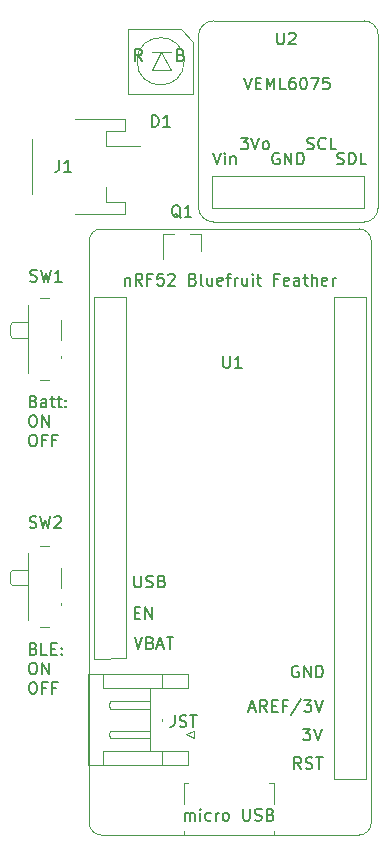
<source format=gbr>
G04 #@! TF.GenerationSoftware,KiCad,Pcbnew,(5.1.0-0)*
G04 #@! TF.CreationDate,2019-06-12T16:48:35+08:00*
G04 #@! TF.ProjectId,Palm,50616c6d-2e6b-4696-9361-645f70636258,V1.0*
G04 #@! TF.SameCoordinates,Original*
G04 #@! TF.FileFunction,Legend,Top*
G04 #@! TF.FilePolarity,Positive*
%FSLAX46Y46*%
G04 Gerber Fmt 4.6, Leading zero omitted, Abs format (unit mm)*
G04 Created by KiCad (PCBNEW (5.1.0-0)) date 2019-06-12 16:48:35*
%MOMM*%
%LPD*%
G04 APERTURE LIST*
%ADD10C,0.150000*%
%ADD11C,0.120000*%
%ADD12C,0.100000*%
G04 APERTURE END LIST*
D10*
X130843928Y-105593571D02*
X130986785Y-105641190D01*
X131034404Y-105688809D01*
X131082023Y-105784047D01*
X131082023Y-105926904D01*
X131034404Y-106022142D01*
X130986785Y-106069761D01*
X130891547Y-106117380D01*
X130510595Y-106117380D01*
X130510595Y-105117380D01*
X130843928Y-105117380D01*
X130939166Y-105165000D01*
X130986785Y-105212619D01*
X131034404Y-105307857D01*
X131034404Y-105403095D01*
X130986785Y-105498333D01*
X130939166Y-105545952D01*
X130843928Y-105593571D01*
X130510595Y-105593571D01*
X131986785Y-106117380D02*
X131510595Y-106117380D01*
X131510595Y-105117380D01*
X132320119Y-105593571D02*
X132653452Y-105593571D01*
X132796309Y-106117380D02*
X132320119Y-106117380D01*
X132320119Y-105117380D01*
X132796309Y-105117380D01*
X133224880Y-106022142D02*
X133272500Y-106069761D01*
X133224880Y-106117380D01*
X133177261Y-106069761D01*
X133224880Y-106022142D01*
X133224880Y-106117380D01*
X133224880Y-105498333D02*
X133272500Y-105545952D01*
X133224880Y-105593571D01*
X133177261Y-105545952D01*
X133224880Y-105498333D01*
X133224880Y-105593571D01*
X130701071Y-106767380D02*
X130891547Y-106767380D01*
X130986785Y-106815000D01*
X131082023Y-106910238D01*
X131129642Y-107100714D01*
X131129642Y-107434047D01*
X131082023Y-107624523D01*
X130986785Y-107719761D01*
X130891547Y-107767380D01*
X130701071Y-107767380D01*
X130605833Y-107719761D01*
X130510595Y-107624523D01*
X130462976Y-107434047D01*
X130462976Y-107100714D01*
X130510595Y-106910238D01*
X130605833Y-106815000D01*
X130701071Y-106767380D01*
X131558214Y-107767380D02*
X131558214Y-106767380D01*
X132129642Y-107767380D01*
X132129642Y-106767380D01*
X130701071Y-108417380D02*
X130891547Y-108417380D01*
X130986785Y-108465000D01*
X131082023Y-108560238D01*
X131129642Y-108750714D01*
X131129642Y-109084047D01*
X131082023Y-109274523D01*
X130986785Y-109369761D01*
X130891547Y-109417380D01*
X130701071Y-109417380D01*
X130605833Y-109369761D01*
X130510595Y-109274523D01*
X130462976Y-109084047D01*
X130462976Y-108750714D01*
X130510595Y-108560238D01*
X130605833Y-108465000D01*
X130701071Y-108417380D01*
X131891547Y-108893571D02*
X131558214Y-108893571D01*
X131558214Y-109417380D02*
X131558214Y-108417380D01*
X132034404Y-108417380D01*
X132748690Y-108893571D02*
X132415357Y-108893571D01*
X132415357Y-109417380D02*
X132415357Y-108417380D01*
X132891547Y-108417380D01*
X130843928Y-84638571D02*
X130986785Y-84686190D01*
X131034404Y-84733809D01*
X131082023Y-84829047D01*
X131082023Y-84971904D01*
X131034404Y-85067142D01*
X130986785Y-85114761D01*
X130891547Y-85162380D01*
X130510595Y-85162380D01*
X130510595Y-84162380D01*
X130843928Y-84162380D01*
X130939166Y-84210000D01*
X130986785Y-84257619D01*
X131034404Y-84352857D01*
X131034404Y-84448095D01*
X130986785Y-84543333D01*
X130939166Y-84590952D01*
X130843928Y-84638571D01*
X130510595Y-84638571D01*
X131939166Y-85162380D02*
X131939166Y-84638571D01*
X131891547Y-84543333D01*
X131796309Y-84495714D01*
X131605833Y-84495714D01*
X131510595Y-84543333D01*
X131939166Y-85114761D02*
X131843928Y-85162380D01*
X131605833Y-85162380D01*
X131510595Y-85114761D01*
X131462976Y-85019523D01*
X131462976Y-84924285D01*
X131510595Y-84829047D01*
X131605833Y-84781428D01*
X131843928Y-84781428D01*
X131939166Y-84733809D01*
X132272500Y-84495714D02*
X132653452Y-84495714D01*
X132415357Y-84162380D02*
X132415357Y-85019523D01*
X132462976Y-85114761D01*
X132558214Y-85162380D01*
X132653452Y-85162380D01*
X132843928Y-84495714D02*
X133224880Y-84495714D01*
X132986785Y-84162380D02*
X132986785Y-85019523D01*
X133034404Y-85114761D01*
X133129642Y-85162380D01*
X133224880Y-85162380D01*
X133558214Y-85067142D02*
X133605833Y-85114761D01*
X133558214Y-85162380D01*
X133510595Y-85114761D01*
X133558214Y-85067142D01*
X133558214Y-85162380D01*
X133558214Y-84543333D02*
X133605833Y-84590952D01*
X133558214Y-84638571D01*
X133510595Y-84590952D01*
X133558214Y-84543333D01*
X133558214Y-84638571D01*
X130701071Y-85812380D02*
X130891547Y-85812380D01*
X130986785Y-85860000D01*
X131082023Y-85955238D01*
X131129642Y-86145714D01*
X131129642Y-86479047D01*
X131082023Y-86669523D01*
X130986785Y-86764761D01*
X130891547Y-86812380D01*
X130701071Y-86812380D01*
X130605833Y-86764761D01*
X130510595Y-86669523D01*
X130462976Y-86479047D01*
X130462976Y-86145714D01*
X130510595Y-85955238D01*
X130605833Y-85860000D01*
X130701071Y-85812380D01*
X131558214Y-86812380D02*
X131558214Y-85812380D01*
X132129642Y-86812380D01*
X132129642Y-85812380D01*
X130701071Y-87462380D02*
X130891547Y-87462380D01*
X130986785Y-87510000D01*
X131082023Y-87605238D01*
X131129642Y-87795714D01*
X131129642Y-88129047D01*
X131082023Y-88319523D01*
X130986785Y-88414761D01*
X130891547Y-88462380D01*
X130701071Y-88462380D01*
X130605833Y-88414761D01*
X130510595Y-88319523D01*
X130462976Y-88129047D01*
X130462976Y-87795714D01*
X130510595Y-87605238D01*
X130605833Y-87510000D01*
X130701071Y-87462380D01*
X131891547Y-87938571D02*
X131558214Y-87938571D01*
X131558214Y-88462380D02*
X131558214Y-87462380D01*
X132034404Y-87462380D01*
X132748690Y-87938571D02*
X132415357Y-87938571D01*
X132415357Y-88462380D02*
X132415357Y-87462380D01*
X132891547Y-87462380D01*
D11*
X158419800Y-121361200D02*
X136575800Y-121361200D01*
X159435800Y-71069200D02*
X159435800Y-120345200D01*
X136575800Y-70053200D02*
X158419800Y-70053200D01*
X135559800Y-120345200D02*
X135559800Y-71069200D01*
X158419800Y-70053200D02*
G75*
G02X159435800Y-71069200I0J-1016000D01*
G01*
X135559800Y-71069200D02*
G75*
G02X136575800Y-70053200I1016000J0D01*
G01*
X136575800Y-121361200D02*
G75*
G02X135559800Y-120345200I0J1016000D01*
G01*
X159435800Y-120345200D02*
G75*
G02X158419800Y-121361200I-1016000J0D01*
G01*
X156299800Y-116611400D02*
X156299800Y-75857200D01*
X158959800Y-75857200D02*
X156299800Y-75857200D01*
X158953200Y-116617200D02*
X156299800Y-116617200D01*
X158959800Y-116611400D02*
X158959800Y-75857200D01*
X138645800Y-106426000D02*
X138645800Y-75827200D01*
X138645800Y-75827200D02*
X135985800Y-75827200D01*
X135985800Y-106426000D02*
X135985800Y-75827200D01*
X138633200Y-106426000D02*
X135985800Y-106427200D01*
X143560800Y-116984200D02*
X143940800Y-116984200D01*
X151180800Y-116984200D02*
X151180800Y-118754200D01*
X143560800Y-121294200D02*
X143560800Y-121034200D01*
X151180800Y-116984200D02*
X150800800Y-116984200D01*
X143560800Y-118754200D02*
X143560800Y-116984200D01*
X151180800Y-121034200D02*
X151180800Y-121294200D01*
X143790800Y-112852200D02*
X144390800Y-113152200D01*
X143900800Y-108962200D02*
X141700800Y-108962200D01*
X136700800Y-115462200D02*
X136700800Y-114242200D01*
X141700800Y-114242200D02*
X141700800Y-115462200D01*
X137280800Y-113172200D02*
X137200800Y-112852200D01*
X137280800Y-110032200D02*
X140700800Y-110032200D01*
X143900800Y-114242200D02*
X143900800Y-115462200D01*
X144390800Y-113152200D02*
X144390800Y-112552200D01*
X136700800Y-108962200D02*
X141700800Y-108962200D01*
X141700800Y-111682200D02*
X141700800Y-111522200D01*
X143900800Y-115462200D02*
X135480800Y-115462200D01*
X144390800Y-112552200D02*
X143790800Y-112852200D01*
X140700800Y-112532200D02*
X140700800Y-112852200D01*
X137280800Y-112532200D02*
X140700800Y-112532200D01*
X140700800Y-110352200D02*
X140700800Y-110672200D01*
X140700800Y-110032200D02*
X140700800Y-110352200D01*
X136700800Y-114242200D02*
X141700800Y-114242200D01*
X140700800Y-112852200D02*
X140700800Y-113172200D01*
X141700800Y-114242200D02*
X143900800Y-114242200D01*
X135480800Y-115462200D02*
X135480800Y-107742200D01*
X140700800Y-113172200D02*
X137280800Y-113172200D01*
X137280800Y-110672200D02*
X137200800Y-110352200D01*
X140700800Y-114242200D02*
X140700800Y-108962200D01*
X140700800Y-110672200D02*
X137280800Y-110672200D01*
X141700800Y-108962200D02*
X141700800Y-107742200D01*
X136700800Y-107742200D02*
X136700800Y-108962200D01*
X137200800Y-112852200D02*
X137280800Y-112532200D01*
X135480800Y-107742200D02*
X143900800Y-107742200D01*
X143900800Y-107742200D02*
X143900800Y-108962200D01*
X137200800Y-110352200D02*
X137280800Y-110032200D01*
X144805400Y-68237100D02*
X144805400Y-53746400D01*
X158800800Y-69456300D02*
X146062700Y-69469000D01*
X160020000Y-53594000D02*
X160020000Y-68326000D01*
X146126200Y-52438300D02*
X158851600Y-52438300D01*
X158805922Y-69456300D02*
G75*
G03X160020000Y-68275660I32978J1180640D01*
G01*
X144806511Y-68228717D02*
G75*
G03X146088100Y-69469002I1294288J55114D01*
G01*
X158805168Y-52438782D02*
G75*
G02X160020000Y-53619400I33732J-1180618D01*
G01*
X144805400Y-53746400D02*
G75*
G02X146088100Y-52438300I1295399J12701D01*
G01*
X145990000Y-68275200D02*
X145990000Y-65599000D01*
X145990000Y-65599000D02*
X158810000Y-65599000D01*
X158810000Y-68259000D02*
X158810000Y-65599000D01*
X145999200Y-68275200D02*
X158810000Y-68259000D01*
X142494000Y-56642000D02*
X140843000Y-56642000D01*
X140843000Y-56642000D02*
X141605000Y-55118000D01*
X142494000Y-56642000D02*
X141605000Y-55118000D01*
X142494000Y-55118000D02*
X140843000Y-55118000D01*
D12*
X143605000Y-55861200D02*
G75*
G03X143605000Y-55861200I-2000000J0D01*
G01*
D11*
X144360900Y-54229000D02*
X143332200Y-53136800D01*
X138861800Y-53136800D02*
X143344900Y-53136800D01*
X138861800Y-58623200D02*
X138861800Y-53136800D01*
X144373600Y-58635900D02*
X138861800Y-58623200D01*
X144360900Y-54229000D02*
X144360900Y-58635900D01*
X131360000Y-103780000D02*
X132150000Y-103780000D01*
X132150000Y-96880000D02*
X131360000Y-96880000D01*
X133200000Y-98730000D02*
X133200000Y-100430000D01*
X130350000Y-97480000D02*
X130350000Y-103180000D01*
X129060000Y-100230000D02*
X130350000Y-100230000D01*
X128850000Y-99130000D02*
X128850000Y-100030000D01*
X130350000Y-98930000D02*
X129060000Y-98930000D01*
X129060000Y-100230000D02*
X128850000Y-100030000D01*
X129060000Y-98930000D02*
X128850000Y-99130000D01*
X133200000Y-101730000D02*
X133200000Y-101930000D01*
X131360000Y-82825000D02*
X132150000Y-82825000D01*
X132150000Y-75925000D02*
X131360000Y-75925000D01*
X133200000Y-77775000D02*
X133200000Y-79475000D01*
X130350000Y-76525000D02*
X130350000Y-82225000D01*
X129060000Y-79275000D02*
X130350000Y-79275000D01*
X128850000Y-78175000D02*
X128850000Y-79075000D01*
X130350000Y-77975000D02*
X129060000Y-77975000D01*
X129060000Y-79275000D02*
X128850000Y-79075000D01*
X129060000Y-77975000D02*
X128850000Y-78175000D01*
X133200000Y-80775000D02*
X133200000Y-80975000D01*
X145008720Y-70456520D02*
X145008720Y-71916520D01*
X141848720Y-70456520D02*
X141848720Y-72616520D01*
X141848720Y-70456520D02*
X142778720Y-70456520D01*
X145008720Y-70456520D02*
X144078720Y-70456520D01*
X134315000Y-60710000D02*
X138565000Y-60710000D01*
X138565000Y-60710000D02*
X138565000Y-61730000D01*
X138565000Y-61730000D02*
X136965000Y-61730000D01*
X136965000Y-61730000D02*
X136965000Y-63010000D01*
X136965000Y-63010000D02*
X139855000Y-63010000D01*
X134315000Y-68830000D02*
X138565000Y-68830000D01*
X138565000Y-68830000D02*
X138565000Y-67810000D01*
X138565000Y-67810000D02*
X136965000Y-67810000D01*
X136965000Y-67810000D02*
X136965000Y-66530000D01*
X130745000Y-62430000D02*
X130745000Y-67110000D01*
D10*
X146913695Y-80821280D02*
X146913695Y-81630804D01*
X146961314Y-81726042D01*
X147008933Y-81773661D01*
X147104171Y-81821280D01*
X147294647Y-81821280D01*
X147389885Y-81773661D01*
X147437504Y-81726042D01*
X147485123Y-81630804D01*
X147485123Y-80821280D01*
X148485123Y-81821280D02*
X147913695Y-81821280D01*
X148199409Y-81821280D02*
X148199409Y-80821280D01*
X148104171Y-80964138D01*
X148008933Y-81059376D01*
X147913695Y-81106995D01*
X142795714Y-111212380D02*
X142795714Y-111926666D01*
X142748095Y-112069523D01*
X142652857Y-112164761D01*
X142510000Y-112212380D01*
X142414761Y-112212380D01*
X143224285Y-112164761D02*
X143367142Y-112212380D01*
X143605238Y-112212380D01*
X143700476Y-112164761D01*
X143748095Y-112117142D01*
X143795714Y-112021904D01*
X143795714Y-111926666D01*
X143748095Y-111831428D01*
X143700476Y-111783809D01*
X143605238Y-111736190D01*
X143414761Y-111688571D01*
X143319523Y-111640952D01*
X143271904Y-111593333D01*
X143224285Y-111498095D01*
X143224285Y-111402857D01*
X143271904Y-111307619D01*
X143319523Y-111260000D01*
X143414761Y-111212380D01*
X143652857Y-111212380D01*
X143795714Y-111260000D01*
X144081428Y-111212380D02*
X144652857Y-111212380D01*
X144367142Y-112212380D02*
X144367142Y-111212380D01*
X138589857Y-74182314D02*
X138589857Y-74848980D01*
X138589857Y-74277552D02*
X138637476Y-74229933D01*
X138732714Y-74182314D01*
X138875571Y-74182314D01*
X138970809Y-74229933D01*
X139018428Y-74325171D01*
X139018428Y-74848980D01*
X140066047Y-74848980D02*
X139732714Y-74372790D01*
X139494619Y-74848980D02*
X139494619Y-73848980D01*
X139875571Y-73848980D01*
X139970809Y-73896600D01*
X140018428Y-73944219D01*
X140066047Y-74039457D01*
X140066047Y-74182314D01*
X140018428Y-74277552D01*
X139970809Y-74325171D01*
X139875571Y-74372790D01*
X139494619Y-74372790D01*
X140827952Y-74325171D02*
X140494619Y-74325171D01*
X140494619Y-74848980D02*
X140494619Y-73848980D01*
X140970809Y-73848980D01*
X141827952Y-73848980D02*
X141351761Y-73848980D01*
X141304142Y-74325171D01*
X141351761Y-74277552D01*
X141447000Y-74229933D01*
X141685095Y-74229933D01*
X141780333Y-74277552D01*
X141827952Y-74325171D01*
X141875571Y-74420409D01*
X141875571Y-74658504D01*
X141827952Y-74753742D01*
X141780333Y-74801361D01*
X141685095Y-74848980D01*
X141447000Y-74848980D01*
X141351761Y-74801361D01*
X141304142Y-74753742D01*
X142256523Y-73944219D02*
X142304142Y-73896600D01*
X142399380Y-73848980D01*
X142637476Y-73848980D01*
X142732714Y-73896600D01*
X142780333Y-73944219D01*
X142827952Y-74039457D01*
X142827952Y-74134695D01*
X142780333Y-74277552D01*
X142208904Y-74848980D01*
X142827952Y-74848980D01*
X144351761Y-74325171D02*
X144494619Y-74372790D01*
X144542238Y-74420409D01*
X144589857Y-74515647D01*
X144589857Y-74658504D01*
X144542238Y-74753742D01*
X144494619Y-74801361D01*
X144399380Y-74848980D01*
X144018428Y-74848980D01*
X144018428Y-73848980D01*
X144351761Y-73848980D01*
X144447000Y-73896600D01*
X144494619Y-73944219D01*
X144542238Y-74039457D01*
X144542238Y-74134695D01*
X144494619Y-74229933D01*
X144447000Y-74277552D01*
X144351761Y-74325171D01*
X144018428Y-74325171D01*
X145161285Y-74848980D02*
X145066047Y-74801361D01*
X145018428Y-74706123D01*
X145018428Y-73848980D01*
X145970809Y-74182314D02*
X145970809Y-74848980D01*
X145542238Y-74182314D02*
X145542238Y-74706123D01*
X145589857Y-74801361D01*
X145685095Y-74848980D01*
X145827952Y-74848980D01*
X145923190Y-74801361D01*
X145970809Y-74753742D01*
X146827952Y-74801361D02*
X146732714Y-74848980D01*
X146542238Y-74848980D01*
X146447000Y-74801361D01*
X146399380Y-74706123D01*
X146399380Y-74325171D01*
X146447000Y-74229933D01*
X146542238Y-74182314D01*
X146732714Y-74182314D01*
X146827952Y-74229933D01*
X146875571Y-74325171D01*
X146875571Y-74420409D01*
X146399380Y-74515647D01*
X147161285Y-74182314D02*
X147542238Y-74182314D01*
X147304142Y-74848980D02*
X147304142Y-73991838D01*
X147351761Y-73896600D01*
X147447000Y-73848980D01*
X147542238Y-73848980D01*
X147875571Y-74848980D02*
X147875571Y-74182314D01*
X147875571Y-74372790D02*
X147923190Y-74277552D01*
X147970809Y-74229933D01*
X148066047Y-74182314D01*
X148161285Y-74182314D01*
X148923190Y-74182314D02*
X148923190Y-74848980D01*
X148494619Y-74182314D02*
X148494619Y-74706123D01*
X148542238Y-74801361D01*
X148637476Y-74848980D01*
X148780333Y-74848980D01*
X148875571Y-74801361D01*
X148923190Y-74753742D01*
X149399380Y-74848980D02*
X149399380Y-74182314D01*
X149399380Y-73848980D02*
X149351761Y-73896600D01*
X149399380Y-73944219D01*
X149447000Y-73896600D01*
X149399380Y-73848980D01*
X149399380Y-73944219D01*
X149732714Y-74182314D02*
X150113666Y-74182314D01*
X149875571Y-73848980D02*
X149875571Y-74706123D01*
X149923190Y-74801361D01*
X150018428Y-74848980D01*
X150113666Y-74848980D01*
X151542238Y-74325171D02*
X151208904Y-74325171D01*
X151208904Y-74848980D02*
X151208904Y-73848980D01*
X151685095Y-73848980D01*
X152447000Y-74801361D02*
X152351761Y-74848980D01*
X152161285Y-74848980D01*
X152066047Y-74801361D01*
X152018428Y-74706123D01*
X152018428Y-74325171D01*
X152066047Y-74229933D01*
X152161285Y-74182314D01*
X152351761Y-74182314D01*
X152447000Y-74229933D01*
X152494619Y-74325171D01*
X152494619Y-74420409D01*
X152018428Y-74515647D01*
X153351761Y-74848980D02*
X153351761Y-74325171D01*
X153304142Y-74229933D01*
X153208904Y-74182314D01*
X153018428Y-74182314D01*
X152923190Y-74229933D01*
X153351761Y-74801361D02*
X153256523Y-74848980D01*
X153018428Y-74848980D01*
X152923190Y-74801361D01*
X152875571Y-74706123D01*
X152875571Y-74610885D01*
X152923190Y-74515647D01*
X153018428Y-74468028D01*
X153256523Y-74468028D01*
X153351761Y-74420409D01*
X153685095Y-74182314D02*
X154066047Y-74182314D01*
X153827952Y-73848980D02*
X153827952Y-74706123D01*
X153875571Y-74801361D01*
X153970809Y-74848980D01*
X154066047Y-74848980D01*
X154399380Y-74848980D02*
X154399380Y-73848980D01*
X154827952Y-74848980D02*
X154827952Y-74325171D01*
X154780333Y-74229933D01*
X154685095Y-74182314D01*
X154542238Y-74182314D01*
X154447000Y-74229933D01*
X154399380Y-74277552D01*
X155685095Y-74801361D02*
X155589857Y-74848980D01*
X155399380Y-74848980D01*
X155304142Y-74801361D01*
X155256523Y-74706123D01*
X155256523Y-74325171D01*
X155304142Y-74229933D01*
X155399380Y-74182314D01*
X155589857Y-74182314D01*
X155685095Y-74229933D01*
X155732714Y-74325171D01*
X155732714Y-74420409D01*
X155256523Y-74515647D01*
X156161285Y-74848980D02*
X156161285Y-74182314D01*
X156161285Y-74372790D02*
X156208904Y-74277552D01*
X156256523Y-74229933D01*
X156351761Y-74182314D01*
X156447000Y-74182314D01*
X153503380Y-115768380D02*
X153170047Y-115292190D01*
X152931952Y-115768380D02*
X152931952Y-114768380D01*
X153312904Y-114768380D01*
X153408142Y-114816000D01*
X153455761Y-114863619D01*
X153503380Y-114958857D01*
X153503380Y-115101714D01*
X153455761Y-115196952D01*
X153408142Y-115244571D01*
X153312904Y-115292190D01*
X152931952Y-115292190D01*
X153884333Y-115720761D02*
X154027190Y-115768380D01*
X154265285Y-115768380D01*
X154360523Y-115720761D01*
X154408142Y-115673142D01*
X154455761Y-115577904D01*
X154455761Y-115482666D01*
X154408142Y-115387428D01*
X154360523Y-115339809D01*
X154265285Y-115292190D01*
X154074809Y-115244571D01*
X153979571Y-115196952D01*
X153931952Y-115149333D01*
X153884333Y-115054095D01*
X153884333Y-114958857D01*
X153931952Y-114863619D01*
X153979571Y-114816000D01*
X154074809Y-114768380D01*
X154312904Y-114768380D01*
X154455761Y-114816000D01*
X154741476Y-114768380D02*
X155312904Y-114768380D01*
X155027190Y-115768380D02*
X155027190Y-114768380D01*
X153656357Y-112355380D02*
X154275404Y-112355380D01*
X153942071Y-112736333D01*
X154084928Y-112736333D01*
X154180166Y-112783952D01*
X154227785Y-112831571D01*
X154275404Y-112926809D01*
X154275404Y-113164904D01*
X154227785Y-113260142D01*
X154180166Y-113307761D01*
X154084928Y-113355380D01*
X153799214Y-113355380D01*
X153703976Y-113307761D01*
X153656357Y-113260142D01*
X154561119Y-112355380D02*
X154894452Y-113355380D01*
X155227785Y-112355380D01*
X149131976Y-110656666D02*
X149608166Y-110656666D01*
X149036738Y-110942380D02*
X149370071Y-109942380D01*
X149703404Y-110942380D01*
X150608166Y-110942380D02*
X150274833Y-110466190D01*
X150036738Y-110942380D02*
X150036738Y-109942380D01*
X150417690Y-109942380D01*
X150512928Y-109990000D01*
X150560547Y-110037619D01*
X150608166Y-110132857D01*
X150608166Y-110275714D01*
X150560547Y-110370952D01*
X150512928Y-110418571D01*
X150417690Y-110466190D01*
X150036738Y-110466190D01*
X151036738Y-110418571D02*
X151370071Y-110418571D01*
X151512928Y-110942380D02*
X151036738Y-110942380D01*
X151036738Y-109942380D01*
X151512928Y-109942380D01*
X152274833Y-110418571D02*
X151941500Y-110418571D01*
X151941500Y-110942380D02*
X151941500Y-109942380D01*
X152417690Y-109942380D01*
X153512928Y-109894761D02*
X152655785Y-111180476D01*
X153751023Y-109942380D02*
X154370071Y-109942380D01*
X154036738Y-110323333D01*
X154179595Y-110323333D01*
X154274833Y-110370952D01*
X154322452Y-110418571D01*
X154370071Y-110513809D01*
X154370071Y-110751904D01*
X154322452Y-110847142D01*
X154274833Y-110894761D01*
X154179595Y-110942380D01*
X153893880Y-110942380D01*
X153798642Y-110894761D01*
X153751023Y-110847142D01*
X154655785Y-109942380D02*
X154989119Y-110942380D01*
X155322452Y-109942380D01*
X153259404Y-107069000D02*
X153164166Y-107021380D01*
X153021309Y-107021380D01*
X152878452Y-107069000D01*
X152783214Y-107164238D01*
X152735595Y-107259476D01*
X152687976Y-107449952D01*
X152687976Y-107592809D01*
X152735595Y-107783285D01*
X152783214Y-107878523D01*
X152878452Y-107973761D01*
X153021309Y-108021380D01*
X153116547Y-108021380D01*
X153259404Y-107973761D01*
X153307023Y-107926142D01*
X153307023Y-107592809D01*
X153116547Y-107592809D01*
X153735595Y-108021380D02*
X153735595Y-107021380D01*
X154307023Y-108021380D01*
X154307023Y-107021380D01*
X154783214Y-108021380D02*
X154783214Y-107021380D01*
X155021309Y-107021380D01*
X155164166Y-107069000D01*
X155259404Y-107164238D01*
X155307023Y-107259476D01*
X155354642Y-107449952D01*
X155354642Y-107592809D01*
X155307023Y-107783285D01*
X155259404Y-107878523D01*
X155164166Y-107973761D01*
X155021309Y-108021380D01*
X154783214Y-108021380D01*
X139396547Y-104608380D02*
X139729880Y-105608380D01*
X140063214Y-104608380D01*
X140729880Y-105084571D02*
X140872738Y-105132190D01*
X140920357Y-105179809D01*
X140967976Y-105275047D01*
X140967976Y-105417904D01*
X140920357Y-105513142D01*
X140872738Y-105560761D01*
X140777500Y-105608380D01*
X140396547Y-105608380D01*
X140396547Y-104608380D01*
X140729880Y-104608380D01*
X140825119Y-104656000D01*
X140872738Y-104703619D01*
X140920357Y-104798857D01*
X140920357Y-104894095D01*
X140872738Y-104989333D01*
X140825119Y-105036952D01*
X140729880Y-105084571D01*
X140396547Y-105084571D01*
X141348928Y-105322666D02*
X141825119Y-105322666D01*
X141253690Y-105608380D02*
X141587023Y-104608380D01*
X141920357Y-105608380D01*
X142110833Y-104608380D02*
X142682261Y-104608380D01*
X142396547Y-105608380D02*
X142396547Y-104608380D01*
X139412214Y-102544571D02*
X139745547Y-102544571D01*
X139888404Y-103068380D02*
X139412214Y-103068380D01*
X139412214Y-102068380D01*
X139888404Y-102068380D01*
X140316976Y-103068380D02*
X140316976Y-102068380D01*
X140888404Y-103068380D01*
X140888404Y-102068380D01*
X139380595Y-99401380D02*
X139380595Y-100210904D01*
X139428214Y-100306142D01*
X139475833Y-100353761D01*
X139571071Y-100401380D01*
X139761547Y-100401380D01*
X139856785Y-100353761D01*
X139904404Y-100306142D01*
X139952023Y-100210904D01*
X139952023Y-99401380D01*
X140380595Y-100353761D02*
X140523452Y-100401380D01*
X140761547Y-100401380D01*
X140856785Y-100353761D01*
X140904404Y-100306142D01*
X140952023Y-100210904D01*
X140952023Y-100115666D01*
X140904404Y-100020428D01*
X140856785Y-99972809D01*
X140761547Y-99925190D01*
X140571071Y-99877571D01*
X140475833Y-99829952D01*
X140428214Y-99782333D01*
X140380595Y-99687095D01*
X140380595Y-99591857D01*
X140428214Y-99496619D01*
X140475833Y-99449000D01*
X140571071Y-99401380D01*
X140809166Y-99401380D01*
X140952023Y-99449000D01*
X141713928Y-99877571D02*
X141856785Y-99925190D01*
X141904404Y-99972809D01*
X141952023Y-100068047D01*
X141952023Y-100210904D01*
X141904404Y-100306142D01*
X141856785Y-100353761D01*
X141761547Y-100401380D01*
X141380595Y-100401380D01*
X141380595Y-99401380D01*
X141713928Y-99401380D01*
X141809166Y-99449000D01*
X141856785Y-99496619D01*
X141904404Y-99591857D01*
X141904404Y-99687095D01*
X141856785Y-99782333D01*
X141809166Y-99829952D01*
X141713928Y-99877571D01*
X141380595Y-99877571D01*
X143632704Y-120162580D02*
X143632704Y-119495914D01*
X143632704Y-119591152D02*
X143680323Y-119543533D01*
X143775561Y-119495914D01*
X143918419Y-119495914D01*
X144013657Y-119543533D01*
X144061276Y-119638771D01*
X144061276Y-120162580D01*
X144061276Y-119638771D02*
X144108895Y-119543533D01*
X144204133Y-119495914D01*
X144346990Y-119495914D01*
X144442228Y-119543533D01*
X144489847Y-119638771D01*
X144489847Y-120162580D01*
X144966038Y-120162580D02*
X144966038Y-119495914D01*
X144966038Y-119162580D02*
X144918419Y-119210200D01*
X144966038Y-119257819D01*
X145013657Y-119210200D01*
X144966038Y-119162580D01*
X144966038Y-119257819D01*
X145870800Y-120114961D02*
X145775561Y-120162580D01*
X145585085Y-120162580D01*
X145489847Y-120114961D01*
X145442228Y-120067342D01*
X145394609Y-119972104D01*
X145394609Y-119686390D01*
X145442228Y-119591152D01*
X145489847Y-119543533D01*
X145585085Y-119495914D01*
X145775561Y-119495914D01*
X145870800Y-119543533D01*
X146299371Y-120162580D02*
X146299371Y-119495914D01*
X146299371Y-119686390D02*
X146346990Y-119591152D01*
X146394609Y-119543533D01*
X146489847Y-119495914D01*
X146585085Y-119495914D01*
X147061276Y-120162580D02*
X146966038Y-120114961D01*
X146918419Y-120067342D01*
X146870800Y-119972104D01*
X146870800Y-119686390D01*
X146918419Y-119591152D01*
X146966038Y-119543533D01*
X147061276Y-119495914D01*
X147204133Y-119495914D01*
X147299371Y-119543533D01*
X147346990Y-119591152D01*
X147394609Y-119686390D01*
X147394609Y-119972104D01*
X147346990Y-120067342D01*
X147299371Y-120114961D01*
X147204133Y-120162580D01*
X147061276Y-120162580D01*
X148585085Y-119162580D02*
X148585085Y-119972104D01*
X148632704Y-120067342D01*
X148680323Y-120114961D01*
X148775561Y-120162580D01*
X148966038Y-120162580D01*
X149061276Y-120114961D01*
X149108895Y-120067342D01*
X149156514Y-119972104D01*
X149156514Y-119162580D01*
X149585085Y-120114961D02*
X149727942Y-120162580D01*
X149966038Y-120162580D01*
X150061276Y-120114961D01*
X150108895Y-120067342D01*
X150156514Y-119972104D01*
X150156514Y-119876866D01*
X150108895Y-119781628D01*
X150061276Y-119734009D01*
X149966038Y-119686390D01*
X149775561Y-119638771D01*
X149680323Y-119591152D01*
X149632704Y-119543533D01*
X149585085Y-119448295D01*
X149585085Y-119353057D01*
X149632704Y-119257819D01*
X149680323Y-119210200D01*
X149775561Y-119162580D01*
X150013657Y-119162580D01*
X150156514Y-119210200D01*
X150918419Y-119638771D02*
X151061276Y-119686390D01*
X151108895Y-119734009D01*
X151156514Y-119829247D01*
X151156514Y-119972104D01*
X151108895Y-120067342D01*
X151061276Y-120114961D01*
X150966038Y-120162580D01*
X150585085Y-120162580D01*
X150585085Y-119162580D01*
X150918419Y-119162580D01*
X151013657Y-119210200D01*
X151061276Y-119257819D01*
X151108895Y-119353057D01*
X151108895Y-119448295D01*
X151061276Y-119543533D01*
X151013657Y-119591152D01*
X150918419Y-119638771D01*
X150585085Y-119638771D01*
X151460295Y-53427380D02*
X151460295Y-54236904D01*
X151507914Y-54332142D01*
X151555533Y-54379761D01*
X151650771Y-54427380D01*
X151841247Y-54427380D01*
X151936485Y-54379761D01*
X151984104Y-54332142D01*
X152031723Y-54236904D01*
X152031723Y-53427380D01*
X152460295Y-53522619D02*
X152507914Y-53475000D01*
X152603152Y-53427380D01*
X152841247Y-53427380D01*
X152936485Y-53475000D01*
X152984104Y-53522619D01*
X153031723Y-53617857D01*
X153031723Y-53713095D01*
X152984104Y-53855952D01*
X152412676Y-54427380D01*
X153031723Y-54427380D01*
X156543523Y-64539761D02*
X156686380Y-64587380D01*
X156924476Y-64587380D01*
X157019714Y-64539761D01*
X157067333Y-64492142D01*
X157114952Y-64396904D01*
X157114952Y-64301666D01*
X157067333Y-64206428D01*
X157019714Y-64158809D01*
X156924476Y-64111190D01*
X156734000Y-64063571D01*
X156638761Y-64015952D01*
X156591142Y-63968333D01*
X156543523Y-63873095D01*
X156543523Y-63777857D01*
X156591142Y-63682619D01*
X156638761Y-63635000D01*
X156734000Y-63587380D01*
X156972095Y-63587380D01*
X157114952Y-63635000D01*
X157543523Y-64587380D02*
X157543523Y-63587380D01*
X157781619Y-63587380D01*
X157924476Y-63635000D01*
X158019714Y-63730238D01*
X158067333Y-63825476D01*
X158114952Y-64015952D01*
X158114952Y-64158809D01*
X158067333Y-64349285D01*
X158019714Y-64444523D01*
X157924476Y-64539761D01*
X157781619Y-64587380D01*
X157543523Y-64587380D01*
X159019714Y-64587380D02*
X158543523Y-64587380D01*
X158543523Y-63587380D01*
X154003523Y-63269761D02*
X154146380Y-63317380D01*
X154384476Y-63317380D01*
X154479714Y-63269761D01*
X154527333Y-63222142D01*
X154574952Y-63126904D01*
X154574952Y-63031666D01*
X154527333Y-62936428D01*
X154479714Y-62888809D01*
X154384476Y-62841190D01*
X154194000Y-62793571D01*
X154098761Y-62745952D01*
X154051142Y-62698333D01*
X154003523Y-62603095D01*
X154003523Y-62507857D01*
X154051142Y-62412619D01*
X154098761Y-62365000D01*
X154194000Y-62317380D01*
X154432095Y-62317380D01*
X154574952Y-62365000D01*
X155574952Y-63222142D02*
X155527333Y-63269761D01*
X155384476Y-63317380D01*
X155289238Y-63317380D01*
X155146380Y-63269761D01*
X155051142Y-63174523D01*
X155003523Y-63079285D01*
X154955904Y-62888809D01*
X154955904Y-62745952D01*
X155003523Y-62555476D01*
X155051142Y-62460238D01*
X155146380Y-62365000D01*
X155289238Y-62317380D01*
X155384476Y-62317380D01*
X155527333Y-62365000D01*
X155574952Y-62412619D01*
X156479714Y-63317380D02*
X156003523Y-63317380D01*
X156003523Y-62317380D01*
X151638095Y-63635000D02*
X151542857Y-63587380D01*
X151400000Y-63587380D01*
X151257142Y-63635000D01*
X151161904Y-63730238D01*
X151114285Y-63825476D01*
X151066666Y-64015952D01*
X151066666Y-64158809D01*
X151114285Y-64349285D01*
X151161904Y-64444523D01*
X151257142Y-64539761D01*
X151400000Y-64587380D01*
X151495238Y-64587380D01*
X151638095Y-64539761D01*
X151685714Y-64492142D01*
X151685714Y-64158809D01*
X151495238Y-64158809D01*
X152114285Y-64587380D02*
X152114285Y-63587380D01*
X152685714Y-64587380D01*
X152685714Y-63587380D01*
X153161904Y-64587380D02*
X153161904Y-63587380D01*
X153400000Y-63587380D01*
X153542857Y-63635000D01*
X153638095Y-63730238D01*
X153685714Y-63825476D01*
X153733333Y-64015952D01*
X153733333Y-64158809D01*
X153685714Y-64349285D01*
X153638095Y-64444523D01*
X153542857Y-64539761D01*
X153400000Y-64587380D01*
X153161904Y-64587380D01*
X148391714Y-62317380D02*
X149010761Y-62317380D01*
X148677428Y-62698333D01*
X148820285Y-62698333D01*
X148915523Y-62745952D01*
X148963142Y-62793571D01*
X149010761Y-62888809D01*
X149010761Y-63126904D01*
X148963142Y-63222142D01*
X148915523Y-63269761D01*
X148820285Y-63317380D01*
X148534571Y-63317380D01*
X148439333Y-63269761D01*
X148391714Y-63222142D01*
X149296476Y-62317380D02*
X149629809Y-63317380D01*
X149963142Y-62317380D01*
X150439333Y-63317380D02*
X150344095Y-63269761D01*
X150296476Y-63222142D01*
X150248857Y-63126904D01*
X150248857Y-62841190D01*
X150296476Y-62745952D01*
X150344095Y-62698333D01*
X150439333Y-62650714D01*
X150582190Y-62650714D01*
X150677428Y-62698333D01*
X150725047Y-62745952D01*
X150772666Y-62841190D01*
X150772666Y-63126904D01*
X150725047Y-63222142D01*
X150677428Y-63269761D01*
X150582190Y-63317380D01*
X150439333Y-63317380D01*
X146042190Y-63587380D02*
X146375523Y-64587380D01*
X146708857Y-63587380D01*
X147042190Y-64587380D02*
X147042190Y-63920714D01*
X147042190Y-63587380D02*
X146994571Y-63635000D01*
X147042190Y-63682619D01*
X147089809Y-63635000D01*
X147042190Y-63587380D01*
X147042190Y-63682619D01*
X147518380Y-63920714D02*
X147518380Y-64587380D01*
X147518380Y-64015952D02*
X147566000Y-63968333D01*
X147661238Y-63920714D01*
X147804095Y-63920714D01*
X147899333Y-63968333D01*
X147946952Y-64063571D01*
X147946952Y-64587380D01*
X148669833Y-57237380D02*
X149003166Y-58237380D01*
X149336500Y-57237380D01*
X149669833Y-57713571D02*
X150003166Y-57713571D01*
X150146023Y-58237380D02*
X149669833Y-58237380D01*
X149669833Y-57237380D01*
X150146023Y-57237380D01*
X150574595Y-58237380D02*
X150574595Y-57237380D01*
X150907928Y-57951666D01*
X151241261Y-57237380D01*
X151241261Y-58237380D01*
X152193642Y-58237380D02*
X151717452Y-58237380D01*
X151717452Y-57237380D01*
X152955547Y-57237380D02*
X152765071Y-57237380D01*
X152669833Y-57285000D01*
X152622214Y-57332619D01*
X152526976Y-57475476D01*
X152479357Y-57665952D01*
X152479357Y-58046904D01*
X152526976Y-58142142D01*
X152574595Y-58189761D01*
X152669833Y-58237380D01*
X152860309Y-58237380D01*
X152955547Y-58189761D01*
X153003166Y-58142142D01*
X153050785Y-58046904D01*
X153050785Y-57808809D01*
X153003166Y-57713571D01*
X152955547Y-57665952D01*
X152860309Y-57618333D01*
X152669833Y-57618333D01*
X152574595Y-57665952D01*
X152526976Y-57713571D01*
X152479357Y-57808809D01*
X153669833Y-57237380D02*
X153765071Y-57237380D01*
X153860309Y-57285000D01*
X153907928Y-57332619D01*
X153955547Y-57427857D01*
X154003166Y-57618333D01*
X154003166Y-57856428D01*
X153955547Y-58046904D01*
X153907928Y-58142142D01*
X153860309Y-58189761D01*
X153765071Y-58237380D01*
X153669833Y-58237380D01*
X153574595Y-58189761D01*
X153526976Y-58142142D01*
X153479357Y-58046904D01*
X153431738Y-57856428D01*
X153431738Y-57618333D01*
X153479357Y-57427857D01*
X153526976Y-57332619D01*
X153574595Y-57285000D01*
X153669833Y-57237380D01*
X154336500Y-57237380D02*
X155003166Y-57237380D01*
X154574595Y-58237380D01*
X155860309Y-57237380D02*
X155384119Y-57237380D01*
X155336500Y-57713571D01*
X155384119Y-57665952D01*
X155479357Y-57618333D01*
X155717452Y-57618333D01*
X155812690Y-57665952D01*
X155860309Y-57713571D01*
X155907928Y-57808809D01*
X155907928Y-58046904D01*
X155860309Y-58142142D01*
X155812690Y-58189761D01*
X155717452Y-58237380D01*
X155479357Y-58237380D01*
X155384119Y-58189761D01*
X155336500Y-58142142D01*
X140866904Y-61412380D02*
X140866904Y-60412380D01*
X141105000Y-60412380D01*
X141247857Y-60460000D01*
X141343095Y-60555238D01*
X141390714Y-60650476D01*
X141438333Y-60840952D01*
X141438333Y-60983809D01*
X141390714Y-61174285D01*
X141343095Y-61269523D01*
X141247857Y-61364761D01*
X141105000Y-61412380D01*
X140866904Y-61412380D01*
X142390714Y-61412380D02*
X141819285Y-61412380D01*
X142105000Y-61412380D02*
X142105000Y-60412380D01*
X142009761Y-60555238D01*
X141914523Y-60650476D01*
X141819285Y-60698095D01*
X143327428Y-55300571D02*
X143470285Y-55348190D01*
X143517904Y-55395809D01*
X143565523Y-55491047D01*
X143565523Y-55633904D01*
X143517904Y-55729142D01*
X143470285Y-55776761D01*
X143375047Y-55824380D01*
X142994095Y-55824380D01*
X142994095Y-54824380D01*
X143327428Y-54824380D01*
X143422666Y-54872000D01*
X143470285Y-54919619D01*
X143517904Y-55014857D01*
X143517904Y-55110095D01*
X143470285Y-55205333D01*
X143422666Y-55252952D01*
X143327428Y-55300571D01*
X142994095Y-55300571D01*
X140009523Y-55824380D02*
X139676190Y-55348190D01*
X139438095Y-55824380D02*
X139438095Y-54824380D01*
X139819047Y-54824380D01*
X139914285Y-54872000D01*
X139961904Y-54919619D01*
X140009523Y-55014857D01*
X140009523Y-55157714D01*
X139961904Y-55252952D01*
X139914285Y-55300571D01*
X139819047Y-55348190D01*
X139438095Y-55348190D01*
X130518066Y-95324561D02*
X130660923Y-95372180D01*
X130899019Y-95372180D01*
X130994257Y-95324561D01*
X131041876Y-95276942D01*
X131089495Y-95181704D01*
X131089495Y-95086466D01*
X131041876Y-94991228D01*
X130994257Y-94943609D01*
X130899019Y-94895990D01*
X130708542Y-94848371D01*
X130613304Y-94800752D01*
X130565685Y-94753133D01*
X130518066Y-94657895D01*
X130518066Y-94562657D01*
X130565685Y-94467419D01*
X130613304Y-94419800D01*
X130708542Y-94372180D01*
X130946638Y-94372180D01*
X131089495Y-94419800D01*
X131422828Y-94372180D02*
X131660923Y-95372180D01*
X131851400Y-94657895D01*
X132041876Y-95372180D01*
X132279971Y-94372180D01*
X132613304Y-94467419D02*
X132660923Y-94419800D01*
X132756161Y-94372180D01*
X132994257Y-94372180D01*
X133089495Y-94419800D01*
X133137114Y-94467419D01*
X133184733Y-94562657D01*
X133184733Y-94657895D01*
X133137114Y-94800752D01*
X132565685Y-95372180D01*
X133184733Y-95372180D01*
X130568866Y-74471161D02*
X130711723Y-74518780D01*
X130949819Y-74518780D01*
X131045057Y-74471161D01*
X131092676Y-74423542D01*
X131140295Y-74328304D01*
X131140295Y-74233066D01*
X131092676Y-74137828D01*
X131045057Y-74090209D01*
X130949819Y-74042590D01*
X130759342Y-73994971D01*
X130664104Y-73947352D01*
X130616485Y-73899733D01*
X130568866Y-73804495D01*
X130568866Y-73709257D01*
X130616485Y-73614019D01*
X130664104Y-73566400D01*
X130759342Y-73518780D01*
X130997438Y-73518780D01*
X131140295Y-73566400D01*
X131473628Y-73518780D02*
X131711723Y-74518780D01*
X131902200Y-73804495D01*
X132092676Y-74518780D01*
X132330771Y-73518780D01*
X133235533Y-74518780D02*
X132664104Y-74518780D01*
X132949819Y-74518780D02*
X132949819Y-73518780D01*
X132854580Y-73661638D01*
X132759342Y-73756876D01*
X132664104Y-73804495D01*
X143308081Y-69127619D02*
X143212843Y-69080000D01*
X143117605Y-68984761D01*
X142974748Y-68841904D01*
X142879510Y-68794285D01*
X142784272Y-68794285D01*
X142831891Y-69032380D02*
X142736653Y-68984761D01*
X142641415Y-68889523D01*
X142593796Y-68699047D01*
X142593796Y-68365714D01*
X142641415Y-68175238D01*
X142736653Y-68080000D01*
X142831891Y-68032380D01*
X143022367Y-68032380D01*
X143117605Y-68080000D01*
X143212843Y-68175238D01*
X143260462Y-68365714D01*
X143260462Y-68699047D01*
X143212843Y-68889523D01*
X143117605Y-68984761D01*
X143022367Y-69032380D01*
X142831891Y-69032380D01*
X144212843Y-69032380D02*
X143641415Y-69032380D01*
X143927129Y-69032380D02*
X143927129Y-68032380D01*
X143831891Y-68175238D01*
X143736653Y-68270476D01*
X143641415Y-68318095D01*
X133016666Y-64222380D02*
X133016666Y-64936666D01*
X132969047Y-65079523D01*
X132873809Y-65174761D01*
X132730952Y-65222380D01*
X132635714Y-65222380D01*
X134016666Y-65222380D02*
X133445238Y-65222380D01*
X133730952Y-65222380D02*
X133730952Y-64222380D01*
X133635714Y-64365238D01*
X133540476Y-64460476D01*
X133445238Y-64508095D01*
M02*

</source>
